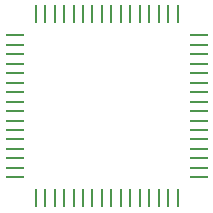
<source format=gbr>
G04 DipTrace 2.4.0.2*
%INTopPaste.gbr*%
%MOMM*%
%ADD24R,0.296X1.596*%
%ADD26R,1.596X0.296*%
%FSLAX53Y53*%
G04*
G71*
G90*
G75*
G01*
%LNTopPaste*%
%LPD*%
D26*
X7200Y21000D3*
Y20200D3*
Y19400D3*
Y18600D3*
Y17800D3*
Y17000D3*
Y16200D3*
Y15400D3*
Y14600D3*
Y13800D3*
Y13000D3*
Y12200D3*
Y11400D3*
Y10600D3*
Y9800D3*
Y9000D3*
D24*
X9000Y7200D3*
X9800D3*
X10600D3*
X11400D3*
X12200D3*
X13000D3*
X13800D3*
X14600D3*
X15400D3*
X16200D3*
X17000D3*
X17800D3*
X18600D3*
X19400D3*
X20200D3*
X21000D3*
D26*
X22800Y9000D3*
Y9800D3*
Y10600D3*
Y11400D3*
Y12200D3*
Y13000D3*
Y13800D3*
Y14600D3*
Y15400D3*
Y16200D3*
Y17000D3*
Y17800D3*
Y18600D3*
Y19400D3*
Y20200D3*
Y21000D3*
D24*
X21000Y22800D3*
X20200D3*
X19400D3*
X18600D3*
X17800D3*
X17000D3*
X16200D3*
X15400D3*
X14600D3*
X13800D3*
X13000D3*
X12200D3*
X11400D3*
X10600D3*
X9800D3*
X9000D3*
M02*

</source>
